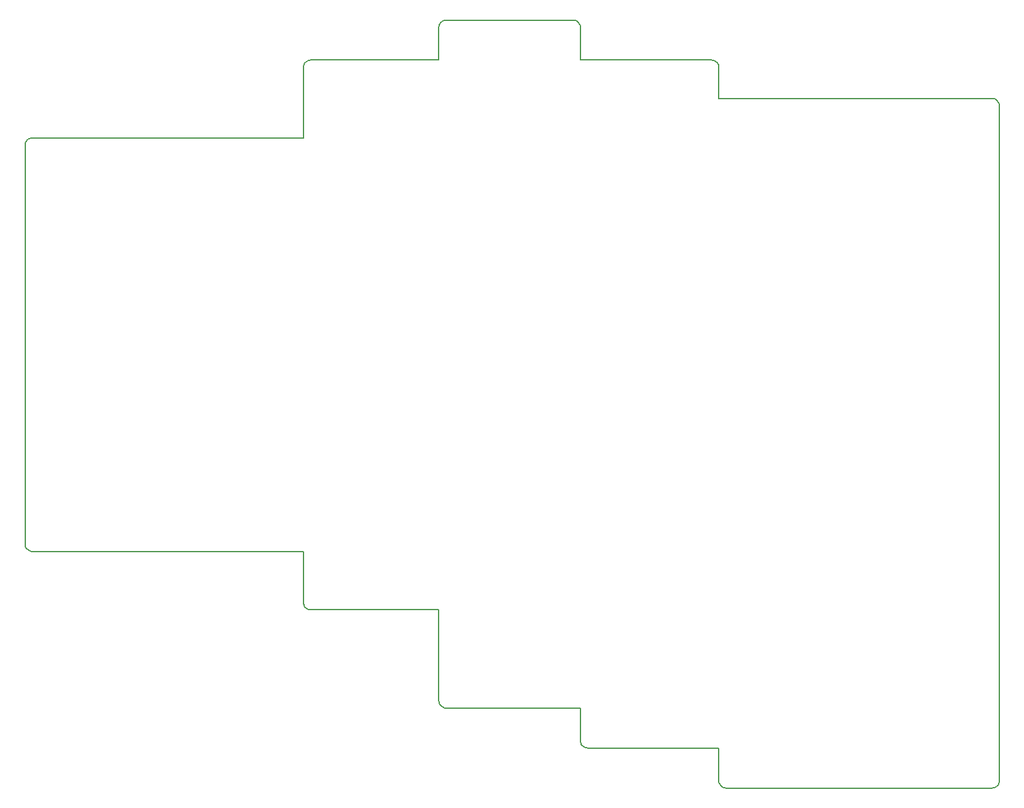
<source format=gm1>
G04 #@! TF.GenerationSoftware,KiCad,Pcbnew,5.1.2*
G04 #@! TF.CreationDate,2019-08-11T11:10:40+09:00*
G04 #@! TF.ProjectId,xenon-e,78656e6f-6e2d-4652-9e6b-696361645f70,rev?*
G04 #@! TF.SameCoordinates,Original*
G04 #@! TF.FileFunction,Profile,NP*
%FSLAX46Y46*%
G04 Gerber Fmt 4.6, Leading zero omitted, Abs format (unit mm)*
G04 Created by KiCad (PCBNEW 5.1.2) date 2019-08-11 11:10:40*
%MOMM*%
%LPD*%
G04 APERTURE LIST*
%ADD10C,0.200000*%
G04 APERTURE END LIST*
D10*
X158425203Y-34029024D02*
X158408167Y-33843474D01*
X158408167Y-33843474D02*
X158365307Y-33686123D01*
X158365307Y-33686123D02*
X158301510Y-33545482D01*
X158301510Y-33545482D02*
X158222092Y-33423396D01*
X158222092Y-33423396D02*
X158128197Y-33316552D01*
X158128197Y-33316552D02*
X158018862Y-33223194D01*
X158018862Y-33223194D02*
X157894001Y-33144777D01*
X157894001Y-33144777D02*
X157750635Y-33082800D01*
X157750635Y-33082800D02*
X157588420Y-33042208D01*
X157588420Y-33042208D02*
X157425265Y-33029084D01*
X120424937Y-49229127D02*
X119465307Y-49229127D01*
X94436861Y-106029285D02*
X119425000Y-106029285D01*
X176425138Y-133029186D02*
X177425077Y-133029186D01*
X120424937Y-39528947D02*
X120424937Y-49229127D01*
X140002038Y-33029084D02*
X139817642Y-33045898D01*
X139817642Y-33045898D02*
X139660037Y-33088646D01*
X139660037Y-33088646D02*
X139521311Y-33151220D01*
X139521311Y-33151220D02*
X139398802Y-33230372D01*
X139398802Y-33230372D02*
X139287466Y-33328217D01*
X139287466Y-33328217D02*
X139195320Y-33436621D01*
X139195320Y-33436621D02*
X139117793Y-33560274D01*
X139117793Y-33560274D02*
X139057125Y-33699832D01*
X139057125Y-33699832D02*
X139016283Y-33859471D01*
X139016283Y-33859471D02*
X139002100Y-34029024D01*
X159425142Y-38529007D02*
X158425203Y-38529007D01*
X137925162Y-38529007D02*
X121424877Y-38529007D01*
X139002100Y-38529007D02*
X137925162Y-38529007D01*
X215894563Y-44611323D02*
X215851510Y-44449945D01*
X215851510Y-44449945D02*
X215787209Y-44307100D01*
X215787209Y-44307100D02*
X215707991Y-44184759D01*
X215707991Y-44184759D02*
X215614188Y-44077573D01*
X215614188Y-44077573D02*
X215505304Y-43984226D01*
X215505304Y-43984226D02*
X215382103Y-43906400D01*
X215382103Y-43906400D02*
X215237171Y-43843411D01*
X215237171Y-43843411D02*
X215077032Y-43803099D01*
X215077032Y-43803099D02*
X214912194Y-43789667D01*
X82217442Y-105030403D02*
X82234291Y-105214986D01*
X82234291Y-105214986D02*
X82277069Y-105372581D01*
X82277069Y-105372581D02*
X82340122Y-105512123D01*
X82340122Y-105512123D02*
X82419407Y-105634535D01*
X82419407Y-105634535D02*
X82513374Y-105741823D01*
X82513374Y-105741823D02*
X82622259Y-105835115D01*
X82622259Y-105835115D02*
X82747294Y-105913936D01*
X82747294Y-105913936D02*
X82886561Y-105974744D01*
X82886561Y-105974744D02*
X83046862Y-106015986D01*
X83046862Y-106015986D02*
X83217380Y-106030343D01*
X159425142Y-133029186D02*
X165925005Y-133029186D01*
X157425265Y-127529263D02*
X158425203Y-127529263D01*
X121424877Y-38529007D02*
X121240483Y-38545821D01*
X121240483Y-38545821D02*
X121082878Y-38588569D01*
X121082878Y-38588569D02*
X120944153Y-38651143D01*
X120944153Y-38651143D02*
X120821644Y-38730295D01*
X120821644Y-38730295D02*
X120710308Y-38828140D01*
X120710308Y-38828140D02*
X120618162Y-38936544D01*
X120618162Y-38936544D02*
X120540635Y-39060197D01*
X120540635Y-39060197D02*
X120479966Y-39199755D01*
X120479966Y-39199755D02*
X120439123Y-39359394D01*
X120439123Y-39359394D02*
X120424937Y-39528947D01*
X139002100Y-114028795D02*
X139002100Y-126528810D01*
X215925053Y-44847484D02*
X215906184Y-44664258D01*
X215906184Y-44664258D02*
X215894563Y-44611323D01*
X83425130Y-49225000D02*
X83414785Y-49226058D01*
X158425203Y-127529263D02*
X158425203Y-132029248D01*
X121424877Y-114028795D02*
X138424875Y-114028795D01*
X119425000Y-106029285D02*
X120424937Y-106029285D01*
X94426516Y-106030343D02*
X94436861Y-106029285D01*
X214925113Y-138529109D02*
X215109501Y-138512287D01*
X215109501Y-138512287D02*
X215267105Y-138469539D01*
X215267105Y-138469539D02*
X215405832Y-138406964D01*
X215405832Y-138406964D02*
X215528340Y-138327811D01*
X215528340Y-138327811D02*
X215635339Y-138234366D01*
X215635339Y-138234366D02*
X215729149Y-138125187D01*
X215729149Y-138125187D02*
X215807933Y-138000581D01*
X215807933Y-138000581D02*
X215869075Y-137861064D01*
X215869075Y-137861064D02*
X215910365Y-137701612D01*
X215910365Y-137701612D02*
X215925053Y-137529171D01*
X215925053Y-137529171D02*
X215925053Y-44847484D01*
X176425138Y-38529007D02*
X160925309Y-38529007D01*
X178425017Y-138529109D02*
X202925328Y-138529109D01*
X158425203Y-132029248D02*
X158442052Y-132213827D01*
X158442052Y-132213827D02*
X158484830Y-132371419D01*
X158484830Y-132371419D02*
X158547883Y-132510959D01*
X158547883Y-132510959D02*
X158627169Y-132633371D01*
X158627169Y-132633371D02*
X158721136Y-132740660D01*
X158721136Y-132740660D02*
X158830022Y-132833952D01*
X158830022Y-132833952D02*
X158955057Y-132912776D01*
X158955057Y-132912776D02*
X159094324Y-132973586D01*
X159094324Y-132973586D02*
X159254625Y-133014829D01*
X159254625Y-133014829D02*
X159425142Y-133029186D01*
X214912194Y-43789667D02*
X177425077Y-43789667D01*
X119465307Y-49229127D02*
X119425000Y-49225000D01*
X177425077Y-133029186D02*
X177425077Y-137529171D01*
X177425077Y-39528947D02*
X177408041Y-39343397D01*
X177408041Y-39343397D02*
X177365181Y-39186046D01*
X177365181Y-39186046D02*
X177301385Y-39045405D01*
X177301385Y-39045405D02*
X177221967Y-38923319D01*
X177221967Y-38923319D02*
X177128074Y-38816475D01*
X177128074Y-38816475D02*
X177018739Y-38723117D01*
X177018739Y-38723117D02*
X176893878Y-38644700D01*
X176893878Y-38644700D02*
X176750512Y-38582723D01*
X176750512Y-38582723D02*
X176588296Y-38542131D01*
X176588296Y-38542131D02*
X176425138Y-38529007D01*
X177425077Y-43789667D02*
X177425077Y-39528947D01*
X202925328Y-138529109D02*
X214424887Y-138529109D01*
X160925309Y-38529007D02*
X159425142Y-38529007D01*
X139002100Y-34029024D02*
X139002100Y-38529007D01*
X214424887Y-138529109D02*
X214925113Y-138529109D01*
X83414785Y-49226058D02*
X83217380Y-49226058D01*
X158425203Y-38529007D02*
X158425203Y-34029024D01*
X177425077Y-137529171D02*
X177441926Y-137713750D01*
X177441926Y-137713750D02*
X177484705Y-137871342D01*
X177484705Y-137871342D02*
X177547758Y-138010882D01*
X177547758Y-138010882D02*
X177627044Y-138133294D01*
X177627044Y-138133294D02*
X177721011Y-138240583D01*
X177721011Y-138240583D02*
X177829897Y-138333875D01*
X177829897Y-138333875D02*
X177954932Y-138412699D01*
X177954932Y-138412699D02*
X178094199Y-138473509D01*
X178094199Y-138473509D02*
X178254500Y-138514752D01*
X178254500Y-138514752D02*
X178425017Y-138529109D01*
X138424875Y-114028795D02*
X139002100Y-114028795D01*
X157425265Y-33029084D02*
X140002038Y-33029084D01*
X140002038Y-127529263D02*
X157425265Y-127529263D01*
X83217380Y-106030343D02*
X94426516Y-106030343D01*
X83217380Y-49226058D02*
X83032984Y-49242871D01*
X83032984Y-49242871D02*
X82875379Y-49285617D01*
X82875379Y-49285617D02*
X82736653Y-49348191D01*
X82736653Y-49348191D02*
X82614144Y-49427340D01*
X82614144Y-49427340D02*
X82502808Y-49525183D01*
X82502808Y-49525183D02*
X82410662Y-49633585D01*
X82410662Y-49633585D02*
X82333135Y-49757238D01*
X82333135Y-49757238D02*
X82272467Y-49896796D01*
X82272467Y-49896796D02*
X82231625Y-50056437D01*
X82231625Y-50056437D02*
X82217442Y-50225995D01*
X139002100Y-126528810D02*
X139018949Y-126713407D01*
X139018949Y-126713407D02*
X139061727Y-126871044D01*
X139061727Y-126871044D02*
X139124962Y-127010975D01*
X139124962Y-127010975D02*
X139204065Y-127133123D01*
X139204065Y-127133123D02*
X139298032Y-127240486D01*
X139298032Y-127240486D02*
X139407219Y-127334074D01*
X139407219Y-127334074D02*
X139529784Y-127411585D01*
X139529784Y-127411585D02*
X139669411Y-127472975D01*
X139669411Y-127472975D02*
X139828816Y-127514425D01*
X139828816Y-127514425D02*
X140002038Y-127529263D01*
X165925005Y-133029186D02*
X176425138Y-133029186D01*
X120424937Y-106029285D02*
X120424937Y-113028858D01*
X82217442Y-50225995D02*
X82217442Y-105030403D01*
X120424937Y-113028858D02*
X120441786Y-113213437D01*
X120441786Y-113213437D02*
X120484565Y-113371029D01*
X120484565Y-113371029D02*
X120547618Y-113510569D01*
X120547618Y-113510569D02*
X120626904Y-113632981D01*
X120626904Y-113632981D02*
X120720871Y-113740270D01*
X120720871Y-113740270D02*
X120829757Y-113833562D01*
X120829757Y-113833562D02*
X120954792Y-113912385D01*
X120954792Y-113912385D02*
X121094059Y-113973195D01*
X121094059Y-113973195D02*
X121254360Y-114014438D01*
X121254360Y-114014438D02*
X121424877Y-114028795D01*
X119425000Y-49225000D02*
X83425130Y-49225000D01*
M02*

</source>
